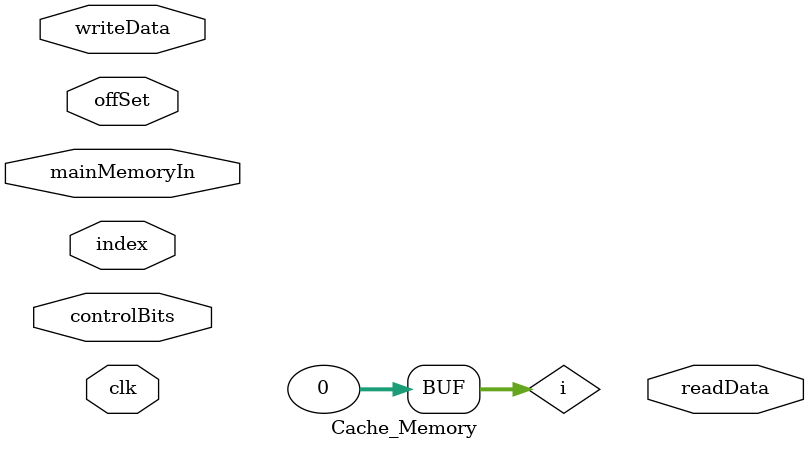
<source format=v>
module Cache_Memory(
	input clk,
	input [2:0] index,
	input [1:0] offSet, controlBits,
	input [12:0] writeData,
	input [38:0] mainMemoryIn,
	output [12:0] readData);

	integer i = 0;
	reg [12:0] Data [0:7];//8x13 bits of cache storage space

	initial
	begin
		for(i=0; i<8; i=i+1)
		begin
			Data[i] = 0;//Initialize memory
		end		
	end

	always @(negedge clk)
	begin
		case(controlBits)
			2'b00://IDLE
				$display("Cache Memory is Idling");
			2'b01://READ
				$display("Reading from cache");
			2'b10://WRITE
				$display("Writing to cache");
			2'b11://PULL_FROM_MAIN_MEMORY
				$display("Pulling a block of data from Main Memory");
			default://Handle High impedance and unknowns
				$display("In Default for Cache Memory\n");
		endcase
	end
	

endmodule

</source>
